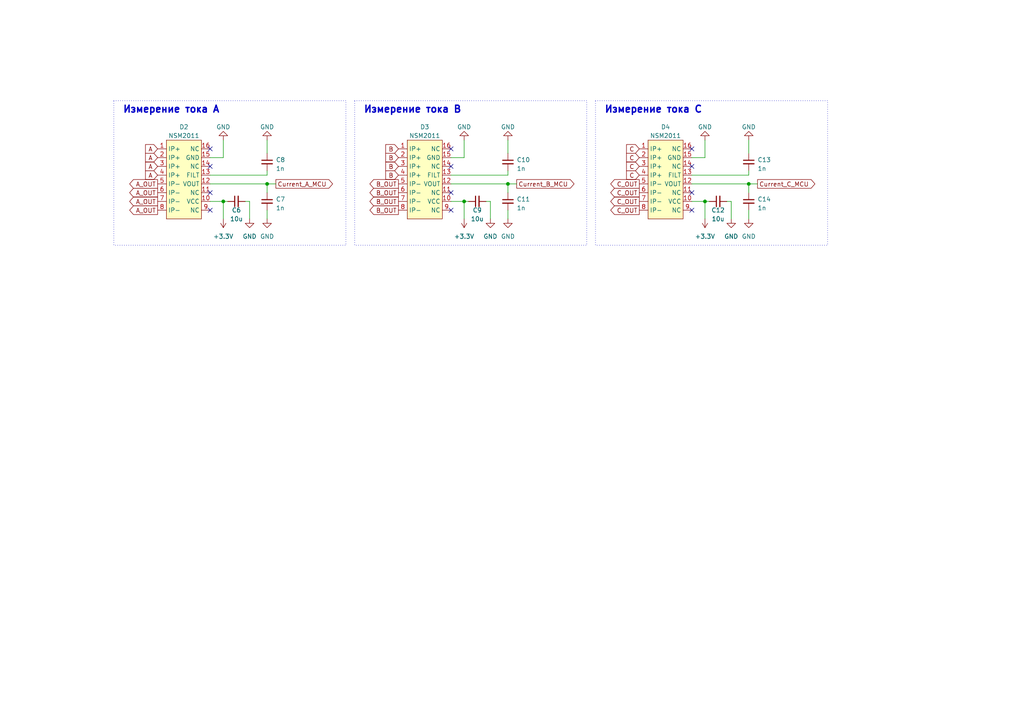
<source format=kicad_sch>
(kicad_sch (version 20230121) (generator eeschema)
  (paper "A4")
  (lib_symbols
    (symbol "Device:C_Small" (pin_numbers hide) (pin_names (offset 0.254) hide)
      (property "Reference" "C" (at 0.254 1.778 0))
      (property "Value" "C_Small" (at 0.254 -2.032 0))
      (symbol "C_Small_0_1"
        (polyline (pts (xy -1.524 -0.508) (xy 1.524 -0.508)) (stroke (width 0.3302)))
        (polyline (pts (xy -1.524 0.508) (xy 1.524 0.508)) (stroke (width 0.3048)))
      )
      (symbol "C_Small_1_1"
        (pin passive line (at 0 2.54 270) (length 2.032) (name "~") (number "1"))
        (pin passive line (at 0 -2.54 90) (length 2.032) (name "~") (number "2"))
      )
    )
    (symbol "Sensors_My:NSM2011"
      (property "Reference" "D" (at 0 5.08 0))
      (property "Value" "NSM2011" (at 0 2.54 0))
      (symbol "NSM2011_1_1"
        (rectangle (start -5.08 0) (end 5.08 -22.86) (fill (type background)))
        (pin input line (at -7.62 -2.54 0) (length 2.54) (name "IP+") (number "1"))
        (pin input line (at 7.62 -17.78 180) (length 2.54) (name "VCC") (number "10"))
        (pin input line (at 7.62 -15.24 180) (length 2.54) (name "NC") (number "11"))
        (pin input line (at 7.62 -12.7 180) (length 2.54) (name "VOUT") (number "12"))
        (pin input line (at 7.62 -10.16 180) (length 2.54) (name "FILT") (number "13"))
        (pin input line (at 7.62 -7.62 180) (length 2.54) (name "NC") (number "14"))
        (pin input line (at 7.62 -5.08 180) (length 2.54) (name "GND") (number "15"))
        (pin input line (at 7.62 -2.54 180) (length 2.54) (name "NC") (number "16"))
        (pin input line (at -7.62 -5.08 0) (length 2.54) (name "IP+") (number "2"))
        (pin input line (at -7.62 -7.62 0) (length 2.54) (name "IP+") (number "3"))
        (pin input line (at -7.62 -10.16 0) (length 2.54) (name "IP+") (number "4"))
        (pin input line (at -7.62 -12.7 0) (length 2.54) (name "IP-") (number "5"))
        (pin input line (at -7.62 -15.24 0) (length 2.54) (name "IP-") (number "6"))
        (pin input line (at -7.62 -17.78 0) (length 2.54) (name "IP-") (number "7"))
        (pin input line (at -7.62 -20.32 0) (length 2.54) (name "IP-") (number "8"))
        (pin input line (at 7.62 -20.32 180) (length 2.54) (name "NC") (number "9"))
      )
    )
    (symbol "power:+3.3V" (power) (pin_names (offset 0))
      (property "Value" "+3.3V" (at 0 3.556 0))
      (symbol "+3.3V_0_1"
        (polyline (pts (xy -0.762 1.27) (xy 0 2.54)))
        (polyline (pts (xy 0 0) (xy 0 2.54)))
        (polyline (pts (xy 0 2.54) (xy 0.762 1.27)))
      )
      (symbol "+3.3V_1_1"
        (pin power_in line (at 0 0 90) (length 0) hide (name "+3.3V") (number "1"))
      )
    )
    (symbol "power:GND" (power) (pin_names (offset 0))
      (property "Value" "GND" (at 0 -3.81 0))
      (symbol "GND_0_1"
        (polyline (pts (xy 0 0) (xy 0 -1.27) (xy 1.27 -1.27) (xy 0 -2.54) (xy -1.27 -1.27) (xy 0 -1.27)))
      )
      (symbol "GND_1_1"
        (pin power_in line (at 0 0 270) (length 0) hide (name "GND") (number "1"))
      )
    )
  )
  (junction (at 204.47 58.42))
  (junction (at 134.62 58.42))
  (junction (at 77.47 53.34))
  (junction (at 64.77 58.42))
  (junction (at 147.32 53.34))
  (junction (at 217.17 53.34))
  (no_connect (at 60.96 55.88))
  (no_connect (at 130.81 48.26))
  (no_connect (at 130.81 43.18))
  (no_connect (at 60.96 60.96))
  (no_connect (at 130.81 60.96))
  (no_connect (at 200.66 43.18))
  (no_connect (at 130.81 55.88))
  (no_connect (at 200.66 60.96))
  (no_connect (at 200.66 55.88))
  (no_connect (at 60.96 48.26))
  (no_connect (at 200.66 48.26))
  (no_connect (at 60.96 43.18))
  (wire (pts (xy 134.62 58.42) (xy 135.89 58.42)))
  (wire (pts (xy 60.96 45.72) (xy 64.77 45.72)))
  (wire (pts (xy 130.81 53.34) (xy 147.32 53.34)))
  (wire (pts (xy 217.17 40.64) (xy 217.17 44.45)))
  (wire (pts (xy 72.39 58.42) (xy 72.39 63.5)))
  (wire (pts (xy 147.32 53.34) (xy 149.86 53.34)))
  (wire (pts (xy 77.47 53.34) (xy 80.01 53.34)))
  (wire (pts (xy 77.47 60.96) (xy 77.47 63.5)))
  (wire (pts (xy 71.12 58.42) (xy 72.39 58.42)))
  (wire (pts (xy 140.97 58.42) (xy 142.24 58.42)))
  (wire (pts (xy 142.24 58.42) (xy 142.24 63.5)))
  (wire (pts (xy 217.17 53.34) (xy 217.17 55.88)))
  (wire (pts (xy 217.17 60.96) (xy 217.17 63.5)))
  (wire (pts (xy 147.32 50.8) (xy 147.32 49.53)))
  (wire (pts (xy 200.66 45.72) (xy 204.47 45.72)))
  (wire (pts (xy 147.32 60.96) (xy 147.32 63.5)))
  (wire (pts (xy 204.47 45.72) (xy 204.47 40.64)))
  (wire (pts (xy 64.77 58.42) (xy 66.04 58.42)))
  (wire (pts (xy 200.66 53.34) (xy 217.17 53.34)))
  (wire (pts (xy 60.96 50.8) (xy 77.47 50.8)))
  (wire (pts (xy 64.77 45.72) (xy 64.77 40.64)))
  (wire (pts (xy 210.82 58.42) (xy 212.09 58.42)))
  (wire (pts (xy 147.32 40.64) (xy 147.32 44.45)))
  (wire (pts (xy 130.81 50.8) (xy 147.32 50.8)))
  (wire (pts (xy 212.09 58.42) (xy 212.09 63.5)))
  (wire (pts (xy 60.96 58.42) (xy 64.77 58.42)))
  (wire (pts (xy 130.81 45.72) (xy 134.62 45.72)))
  (wire (pts (xy 147.32 53.34) (xy 147.32 55.88)))
  (wire (pts (xy 77.47 53.34) (xy 77.47 55.88)))
  (wire (pts (xy 200.66 58.42) (xy 204.47 58.42)))
  (wire (pts (xy 217.17 50.8) (xy 217.17 49.53)))
  (wire (pts (xy 77.47 40.64) (xy 77.47 44.45)))
  (wire (pts (xy 134.62 58.42) (xy 134.62 63.5)))
  (wire (pts (xy 204.47 58.42) (xy 204.47 63.5)))
  (wire (pts (xy 217.17 53.34) (xy 219.71 53.34)))
  (wire (pts (xy 77.47 50.8) (xy 77.47 49.53)))
  (wire (pts (xy 134.62 45.72) (xy 134.62 40.64)))
  (wire (pts (xy 204.47 58.42) (xy 205.74 58.42)))
  (wire (pts (xy 200.66 50.8) (xy 217.17 50.8)))
  (wire (pts (xy 60.96 53.34) (xy 77.47 53.34)))
  (wire (pts (xy 64.77 58.42) (xy 64.77 63.5)))
  (wire (pts (xy 130.81 58.42) (xy 134.62 58.42)))
  (rectangle (start 172.72 29.21) (end 240.03 71.12) (stroke (width 0) (type dot)))
  (rectangle (start 102.87 29.21) (end 170.18 71.12) (stroke (width 0) (type dot)))
  (rectangle (start 33.02 29.21) (end 100.33 71.12) (stroke (width 0) (type dot)))
  (text "Измерение тока С" (at 175.26 33.02 0) (effects (font (size 2 2) (thickness 0.4) bold) (justify left bottom)))
  (text "Измерение тока А" (at 35.56 33.02 0) (effects (font (size 2 2) (thickness 0.4) bold) (justify left bottom)))
  (text "Измерение тока В" (at 105.41 33.02 0) (effects (font (size 2 2) (thickness 0.4) bold) (justify left bottom)))
  (global_label "A" (shape input) (at 45.72 45.72 180) (property "Intersheetrefs" "${INTERSHEET_REFS}" (effects hide)))
  (global_label "C" (shape input) (at 185.42 48.26 180) (property "Intersheetrefs" "${INTERSHEET_REFS}" (effects hide)))
  (global_label "B" (shape input) (at 115.57 50.8 180) (property "Intersheetrefs" "${INTERSHEET_REFS}" (effects hide)))
  (global_label "C_OUT" (shape output) (at 185.42 60.96 180) (property "Intersheetrefs" "${INTERSHEET_REFS}" (effects hide)))
  (global_label "B_OUT" (shape output) (at 115.57 55.88 180) (property "Intersheetrefs" "${INTERSHEET_REFS}" (effects hide)))
  (global_label "A_OUT" (shape output) (at 45.72 60.96 180) (property "Intersheetrefs" "${INTERSHEET_REFS}" (effects hide)))
  (global_label "C_OUT" (shape output) (at 185.42 55.88 180) (property "Intersheetrefs" "${INTERSHEET_REFS}" (effects hide)))
  (global_label "C" (shape input) (at 185.42 45.72 180) (property "Intersheetrefs" "${INTERSHEET_REFS}" (effects hide)))
  (global_label "B" (shape input) (at 115.57 45.72 180) (property "Intersheetrefs" "${INTERSHEET_REFS}" (effects hide)))
  (global_label "Current_A_MCU" (shape output) (at 80.01 53.34 0) (property "Intersheetrefs" "${INTERSHEET_REFS}" (effects hide)))
  (global_label "C" (shape input) (at 185.42 50.8 180) (property "Intersheetrefs" "${INTERSHEET_REFS}" (effects hide)))
  (global_label "B_OUT" (shape output) (at 115.57 53.34 180) (property "Intersheetrefs" "${INTERSHEET_REFS}" (effects hide)))
  (global_label "A_OUT" (shape output) (at 45.72 58.42 180) (property "Intersheetrefs" "${INTERSHEET_REFS}" (effects hide)))
  (global_label "A_OUT" (shape output) (at 45.72 53.34 180) (property "Intersheetrefs" "${INTERSHEET_REFS}" (effects hide)))
  (global_label "A_OUT" (shape output) (at 45.72 55.88 180) (property "Intersheetrefs" "${INTERSHEET_REFS}" (effects hide)))
  (global_label "Current_B_MCU" (shape output) (at 149.86 53.34 0) (property "Intersheetrefs" "${INTERSHEET_REFS}" (effects hide)))
  (global_label "C_OUT" (shape output) (at 185.42 53.34 180) (property "Intersheetrefs" "${INTERSHEET_REFS}" (effects hide)))
  (global_label "A" (shape input) (at 45.72 43.18 180) (property "Intersheetrefs" "${INTERSHEET_REFS}" (effects hide)))
  (global_label "C_OUT" (shape output) (at 185.42 58.42 180) (property "Intersheetrefs" "${INTERSHEET_REFS}" (effects hide)))
  (global_label "A" (shape input) (at 45.72 48.26 180) (property "Intersheetrefs" "${INTERSHEET_REFS}" (effects hide)))
  (global_label "B" (shape input) (at 115.57 48.26 180) (property "Intersheetrefs" "${INTERSHEET_REFS}" (effects hide)))
  (global_label "B_OUT" (shape output) (at 115.57 58.42 180) (property "Intersheetrefs" "${INTERSHEET_REFS}" (effects hide)))
  (global_label "B" (shape input) (at 115.57 43.18 180) (property "Intersheetrefs" "${INTERSHEET_REFS}" (effects hide)))
  (global_label "B_OUT" (shape output) (at 115.57 60.96 180) (property "Intersheetrefs" "${INTERSHEET_REFS}" (effects hide)))
  (global_label "C" (shape input) (at 185.42 43.18 180) (property "Intersheetrefs" "${INTERSHEET_REFS}" (effects hide)))
  (global_label "A" (shape input) (at 45.72 50.8 180) (property "Intersheetrefs" "${INTERSHEET_REFS}" (effects hide)))
  (global_label "Current_C_MCU" (shape output) (at 219.71 53.34 0) (property "Intersheetrefs" "${INTERSHEET_REFS}" (effects hide)))
  (symbol (lib_id "power:GND") (at 204.47 40.64 180) (unit 1)
    (property "Reference" "#PWR014" (effects hide))
    (property "Value" "GND" (at 204.47 36.83 0))
  )
  (symbol (lib_id "Device:C_Small") (at 147.32 58.42 0) (unit 1)
    (property "Reference" "C11" (at 149.86 57.7913 0) (effects (justify left)))
    (property "Value" "1n" (at 149.86 60.3313 0) (effects (justify left)))
    (property "Footprint" "Capacitor_SMD:C_0603_1608Metric_Pad1.08x0.95mm_HandSolder" (effects hide))
  )
  (symbol (lib_id "Device:C_Small") (at 217.17 46.99 0) (unit 1)
    (property "Reference" "C13" (at 219.71 46.3613 0) (effects (justify left)))
    (property "Value" "1n" (at 219.71 48.9013 0) (effects (justify left)))
    (property "Footprint" "Capacitor_SMD:C_0603_1608Metric_Pad1.08x0.95mm_HandSolder" (effects hide))
  )
  (symbol (lib_id "Device:C_Small") (at 77.47 46.99 0) (unit 1)
    (property "Reference" "C8" (at 80.01 46.3613 0) (effects (justify left)))
    (property "Value" "1n" (at 80.01 48.9013 0) (effects (justify left)))
    (property "Footprint" "Capacitor_SMD:C_0603_1608Metric_Pad1.08x0.95mm_HandSolder" (effects hide))
  )
  (symbol (lib_id "Sensors_My:NSM2011") (at 53.34 40.64 0) (unit 1)
    (property "Reference" "D2" (at 53.34 36.83 0))
    (property "Value" "NSM2011" (at 53.34 39.37 0))
    (property "Footprint" "Package_SO:SOIC-16W_7.5x10.3mm_P1.27mm" (effects hide))
  )
  (symbol (lib_id "Device:C_Small") (at 217.17 58.42 0) (unit 1)
    (property "Reference" "C14" (at 219.71 57.7913 0) (effects (justify left)))
    (property "Value" "1n" (at 219.71 60.3313 0) (effects (justify left)))
    (property "Footprint" "Capacitor_SMD:C_0603_1608Metric_Pad1.08x0.95mm_HandSolder" (effects hide))
  )
  (symbol (lib_id "power:GND") (at 217.17 40.64 180) (unit 1)
    (property "Reference" "#PWR017" (effects hide))
    (property "Value" "GND" (at 217.17 36.83 0))
  )
  (symbol (lib_id "Device:C_Small") (at 147.32 46.99 0) (unit 1)
    (property "Reference" "C10" (at 149.86 46.3613 0) (effects (justify left)))
    (property "Value" "1n" (at 149.86 48.9013 0) (effects (justify left)))
    (property "Footprint" "Capacitor_SMD:C_0603_1608Metric_Pad1.08x0.95mm_HandSolder" (effects hide))
  )
  (symbol (lib_id "power:GND") (at 72.39 63.5 0) (unit 1)
    (property "Reference" "#PWR06" (effects hide))
    (property "Value" "GND" (at 72.39 68.58 0))
  )
  (symbol (lib_id "Sensors_My:NSM2011") (at 193.04 40.64 0) (unit 1)
    (property "Reference" "D4" (at 193.04 36.83 0))
    (property "Value" "NSM2011" (at 193.04 39.37 0))
    (property "Footprint" "Package_SO:SOIC-16W_7.5x10.3mm_P1.27mm" (effects hide))
  )
  (symbol (lib_id "power:+3.3V") (at 204.47 63.5 180) (unit 1)
    (property "Reference" "#PWR015" (effects hide))
    (property "Value" "+3.3V" (at 204.47 68.58 0))
  )
  (symbol (lib_id "power:GND") (at 134.62 40.64 180) (unit 1)
    (property "Reference" "#PWR09" (effects hide))
    (property "Value" "GND" (at 134.62 36.83 0))
  )
  (symbol (lib_id "Device:C_Small") (at 77.47 58.42 0) (unit 1)
    (property "Reference" "C7" (at 80.01 57.7913 0) (effects (justify left)))
    (property "Value" "1n" (at 80.01 60.3313 0) (effects (justify left)))
    (property "Footprint" "Capacitor_SMD:C_0603_1608Metric_Pad1.08x0.95mm_HandSolder" (effects hide))
  )
  (symbol (lib_id "Device:C_Small") (at 208.28 58.42 90) (unit 1)
    (property "Reference" "C12" (at 208.28 60.96 90))
    (property "Value" "10u" (at 208.28 63.5 90))
    (property "Footprint" "Capacitor_SMD:C_0603_1608Metric_Pad1.08x0.95mm_HandSolder" (effects hide))
  )
  (symbol (lib_id "Sensors_My:NSM2011") (at 123.19 40.64 0) (unit 1)
    (property "Reference" "D3" (at 123.19 36.83 0))
    (property "Value" "NSM2011" (at 123.19 39.37 0))
    (property "Footprint" "Package_SO:SOIC-16W_7.5x10.3mm_P1.27mm" (effects hide))
  )
  (symbol (lib_id "Device:C_Small") (at 138.43 58.42 90) (unit 1)
    (property "Reference" "C9" (at 138.43 60.96 90))
    (property "Value" "10u" (at 138.43 63.5 90))
    (property "Footprint" "Capacitor_SMD:C_0603_1608Metric_Pad1.08x0.95mm_HandSolder" (effects hide))
  )
  (symbol (lib_id "power:GND") (at 64.77 40.64 180) (unit 1)
    (property "Reference" "#PWR05" (effects hide))
    (property "Value" "GND" (at 64.77 36.83 0))
  )
  (symbol (lib_id "power:GND") (at 147.32 40.64 180) (unit 1)
    (property "Reference" "#PWR012" (effects hide))
    (property "Value" "GND" (at 147.32 36.83 0))
  )
  (symbol (lib_id "power:GND") (at 77.47 63.5 0) (unit 1)
    (property "Reference" "#PWR07" (effects hide))
    (property "Value" "GND" (at 77.47 68.58 0))
  )
  (symbol (lib_id "power:GND") (at 217.17 63.5 0) (unit 1)
    (property "Reference" "#PWR018" (effects hide))
    (property "Value" "GND" (at 217.17 68.58 0))
  )
  (symbol (lib_id "power:GND") (at 142.24 63.5 0) (unit 1)
    (property "Reference" "#PWR011" (effects hide))
    (property "Value" "GND" (at 142.24 68.58 0))
  )
  (symbol (lib_id "power:GND") (at 147.32 63.5 0) (unit 1)
    (property "Reference" "#PWR013" (effects hide))
    (property "Value" "GND" (at 147.32 68.58 0))
  )
  (symbol (lib_id "power:GND") (at 212.09 63.5 0) (unit 1)
    (property "Reference" "#PWR016" (effects hide))
    (property "Value" "GND" (at 212.09 68.58 0))
  )
  (symbol (lib_id "power:+3.3V") (at 134.62 63.5 180) (unit 1)
    (property "Reference" "#PWR010" (effects hide))
    (property "Value" "+3.3V" (at 134.62 68.58 0))
  )
  (symbol (lib_id "Device:C_Small") (at 68.58 58.42 90) (unit 1)
    (property "Reference" "C6" (at 68.58 60.96 90))
    (property "Value" "10u" (at 68.58 63.5 90))
    (property "Footprint" "Capacitor_SMD:C_0603_1608Metric_Pad1.08x0.95mm_HandSolder" (effects hide))
  )
  (symbol (lib_id "power:+3.3V") (at 64.77 63.5 180) (unit 1)
    (property "Reference" "#PWR04" (effects hide))
    (property "Value" "+3.3V" (at 64.77 68.58 0))
  )
  (symbol (lib_id "power:GND") (at 77.47 40.64 180) (unit 1)
    (property "Reference" "#PWR08" (effects hide))
    (property "Value" "GND" (at 77.47 36.83 0))
  )
)
</source>
